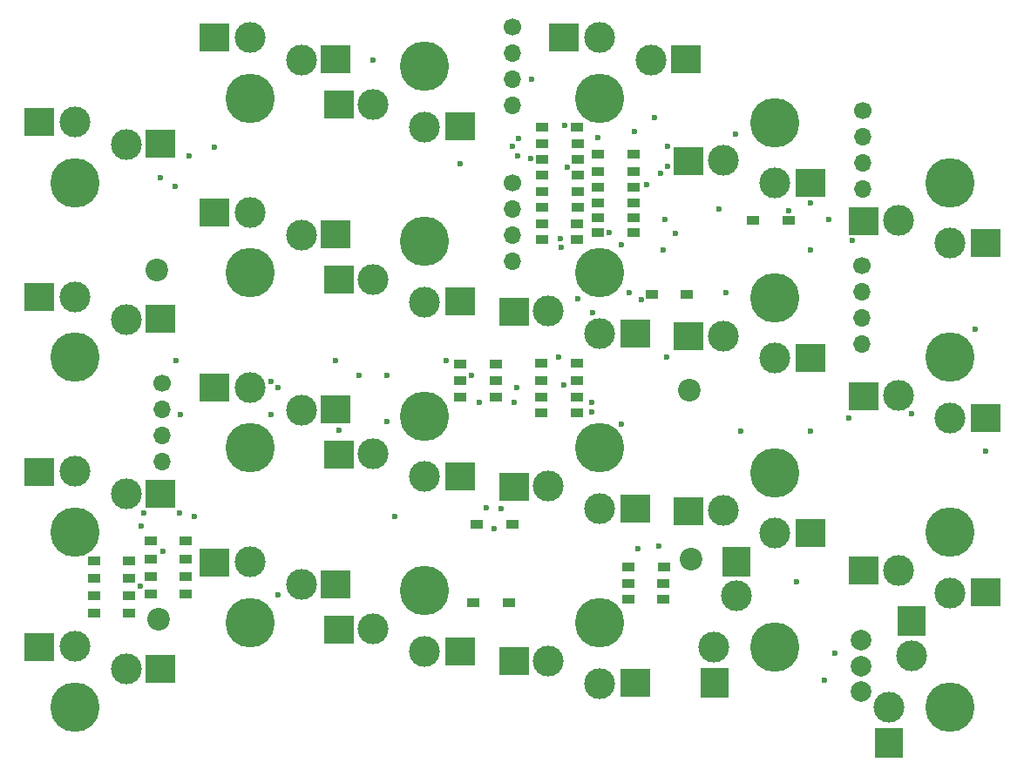
<source format=gbr>
%TF.GenerationSoftware,KiCad,Pcbnew,9.0.0*%
%TF.CreationDate,2025-04-19T15:24:46+09:00*%
%TF.ProjectId,nofy_V2_L,6e6f6679-5f56-4325-9f4c-2e6b69636164,rev?*%
%TF.SameCoordinates,Original*%
%TF.FileFunction,Soldermask,Bot*%
%TF.FilePolarity,Negative*%
%FSLAX46Y46*%
G04 Gerber Fmt 4.6, Leading zero omitted, Abs format (unit mm)*
G04 Created by KiCad (PCBNEW 9.0.0) date 2025-04-19 15:24:46*
%MOMM*%
%LPD*%
G01*
G04 APERTURE LIST*
%ADD10R,1.200000X0.950000*%
%ADD11C,2.000000*%
%ADD12C,3.000000*%
%ADD13C,4.800000*%
%ADD14R,3.000000X2.800000*%
%ADD15R,2.850000X2.750000*%
%ADD16C,1.700000*%
%ADD17O,1.700000X1.700000*%
%ADD18C,2.200000*%
%ADD19R,2.800000X3.000000*%
%ADD20R,2.750000X2.850000*%
%ADD21C,0.600000*%
G04 APERTURE END LIST*
D10*
%TO.C,D3*%
X26217840Y-88482135D03*
X29667840Y-88482135D03*
%TD*%
D11*
%TO.C,SW3*%
X100767865Y-91132135D03*
X100767865Y-96132135D03*
X100767865Y-93632135D03*
%TD*%
D12*
%TO.C,SW11*%
X46367865Y-85732135D03*
D13*
X41367865Y-89432135D03*
D12*
X41367865Y-83532135D03*
D14*
X49717865Y-85682135D03*
D15*
X37892865Y-83557135D03*
%TD*%
D12*
%TO.C,SW5*%
X29367865Y-59932135D03*
D13*
X24367865Y-63632135D03*
D12*
X24367865Y-57732135D03*
D14*
X32717865Y-59882135D03*
D15*
X20892865Y-57757135D03*
%TD*%
D12*
%TO.C,SW21*%
X70367865Y-93132135D03*
D13*
X75367865Y-89432135D03*
D12*
X75367865Y-95332135D03*
D14*
X67017865Y-93182135D03*
D15*
X78842865Y-95307135D03*
%TD*%
D12*
%TO.C,SW23*%
X87355365Y-44507135D03*
D13*
X92355365Y-40807135D03*
D12*
X92355365Y-46707135D03*
D14*
X84005365Y-44557135D03*
D15*
X95830365Y-46682135D03*
%TD*%
D12*
%TO.C,SW7*%
X29367865Y-93932135D03*
D13*
X24367865Y-97632135D03*
D12*
X24367865Y-91732135D03*
D14*
X32717865Y-93882135D03*
D15*
X20892865Y-91757135D03*
%TD*%
D12*
%TO.C,SW28*%
X104367865Y-50332135D03*
D13*
X109367865Y-46632135D03*
D12*
X109367865Y-52532135D03*
D14*
X101017865Y-50382135D03*
D15*
X112842865Y-52507135D03*
%TD*%
D12*
%TO.C,SW20*%
X70367865Y-76132135D03*
D13*
X75367865Y-72432135D03*
D12*
X75367865Y-78332135D03*
D14*
X67017865Y-76182135D03*
D15*
X78842865Y-78307135D03*
%TD*%
D16*
%TO.C,J18*%
X32882865Y-66137135D03*
D17*
X32882865Y-68677135D03*
X32882865Y-71217135D03*
X32882865Y-73757135D03*
%TD*%
D12*
%TO.C,SW27*%
X53367865Y-39032135D03*
D13*
X58367865Y-35332135D03*
D12*
X58367865Y-41232135D03*
D14*
X50017865Y-39082135D03*
D15*
X61842865Y-41207135D03*
%TD*%
D12*
%TO.C,SW15*%
X53367865Y-90032135D03*
D13*
X58367865Y-86332135D03*
D12*
X58367865Y-92232135D03*
D14*
X50017865Y-90082135D03*
D15*
X61842865Y-92207135D03*
%TD*%
D18*
%TO.C,Hole2*%
X84067865Y-66832135D03*
%TD*%
D12*
%TO.C,SW13*%
X53367865Y-56032135D03*
D13*
X58367865Y-52332135D03*
D12*
X58367865Y-58232135D03*
D14*
X50017865Y-56082135D03*
D15*
X61842865Y-58207135D03*
%TD*%
D12*
%TO.C,SW30*%
X104367865Y-84332135D03*
D13*
X109367865Y-80632135D03*
D12*
X109367865Y-86532135D03*
D14*
X101017865Y-84382135D03*
D15*
X112842865Y-86507135D03*
%TD*%
D16*
%TO.C,Con_L_6*%
X100867865Y-54692135D03*
D17*
X100867865Y-57232135D03*
X100867865Y-59772135D03*
X100867865Y-62312135D03*
%TD*%
D18*
%TO.C,Hole0*%
X32367865Y-55132135D03*
%TD*%
D12*
%TO.C,SW14*%
X53367865Y-73032135D03*
D13*
X58367865Y-69332135D03*
D12*
X58367865Y-75232135D03*
D14*
X50017865Y-73082135D03*
D15*
X61842865Y-75207135D03*
%TD*%
D12*
%TO.C,SW31*%
X105667865Y-92632135D03*
D13*
X109367865Y-97632135D03*
D12*
X103467865Y-97632135D03*
D19*
X105617865Y-89282135D03*
D20*
X103492865Y-101107135D03*
%TD*%
D12*
%TO.C,SW9*%
X46367865Y-51732135D03*
D13*
X41367865Y-55432135D03*
D12*
X41367865Y-49532135D03*
D14*
X49717865Y-51682135D03*
D15*
X37892865Y-49557135D03*
%TD*%
D12*
%TO.C,SW17*%
X29367865Y-42932135D03*
D13*
X24367865Y-46632135D03*
D12*
X24367865Y-40732135D03*
D14*
X32717865Y-42882135D03*
D15*
X20892865Y-40757135D03*
%TD*%
D12*
%TO.C,SW29*%
X104367865Y-67332135D03*
D13*
X109367865Y-63632135D03*
D12*
X109367865Y-69532135D03*
D14*
X101017865Y-67382135D03*
D15*
X112842865Y-69507135D03*
%TD*%
D12*
%TO.C,SW18*%
X80367865Y-34732135D03*
D13*
X75367865Y-38432135D03*
D12*
X75367865Y-32532135D03*
D14*
X83717865Y-34682135D03*
D15*
X71892865Y-32557135D03*
%TD*%
D12*
%TO.C,SW22*%
X46367865Y-34732135D03*
D13*
X41367865Y-38432135D03*
D12*
X41367865Y-32532135D03*
D14*
X49717865Y-34682135D03*
D15*
X37892865Y-32557135D03*
%TD*%
D12*
%TO.C,SW19*%
X70367865Y-59132135D03*
D13*
X75367865Y-55432135D03*
D12*
X75367865Y-61332135D03*
D14*
X67017865Y-59182135D03*
D15*
X78842865Y-61307135D03*
%TD*%
D16*
%TO.C,Con_L_4*%
X100882865Y-39637135D03*
D17*
X100882865Y-42177135D03*
X100882865Y-44717135D03*
X100882865Y-47257135D03*
%TD*%
D12*
%TO.C,SW24*%
X87367865Y-61532135D03*
D13*
X92367865Y-57832135D03*
D12*
X92367865Y-63732135D03*
D14*
X84017865Y-61582135D03*
D15*
X95842865Y-63707135D03*
%TD*%
D18*
%TO.C,Hole1*%
X32467865Y-89132135D03*
%TD*%
D16*
%TO.C,Con_L_0*%
X66867865Y-31492135D03*
D17*
X66867865Y-34032135D03*
X66867865Y-36572135D03*
X66867865Y-39112135D03*
%TD*%
D12*
%TO.C,SW25*%
X87367865Y-78532135D03*
D13*
X92367865Y-74832135D03*
D12*
X92367865Y-80732135D03*
D14*
X84017865Y-78582135D03*
D15*
X95842865Y-80707135D03*
%TD*%
D18*
%TO.C,Hole3*%
X84197865Y-83242135D03*
%TD*%
D12*
%TO.C,SW10*%
X46367865Y-68732135D03*
D13*
X41367865Y-72432135D03*
D12*
X41367865Y-66532135D03*
D14*
X49717865Y-68682135D03*
D15*
X37892865Y-66557135D03*
%TD*%
D12*
%TO.C,SW26*%
X88667865Y-86832135D03*
D13*
X92367865Y-91832135D03*
D12*
X86467865Y-91832135D03*
D19*
X88617865Y-83482135D03*
D20*
X86492865Y-95307135D03*
%TD*%
D16*
%TO.C,Con_L_2*%
X66867865Y-46637135D03*
D17*
X66867865Y-49177135D03*
X66867865Y-51717135D03*
X66867865Y-54257135D03*
%TD*%
D12*
%TO.C,SW6*%
X29367865Y-76932135D03*
D13*
X24367865Y-80632135D03*
D12*
X24367865Y-74732135D03*
D14*
X32717865Y-76882135D03*
D15*
X20892865Y-74757135D03*
%TD*%
D10*
%TO.C,DI1*%
X69767890Y-45932135D03*
X73217890Y-45932135D03*
%TD*%
%TO.C,D27*%
X69667890Y-69032135D03*
X73117890Y-69032135D03*
%TD*%
%TO.C,D10*%
X66867840Y-79882135D03*
X63417840Y-79882135D03*
%TD*%
%TO.C,D16*%
X78120990Y-84041535D03*
X81570990Y-84041535D03*
%TD*%
%TO.C,DI6*%
X69767890Y-42882135D03*
X73217890Y-42882135D03*
%TD*%
%TO.C,D11*%
X66517840Y-87482135D03*
X63067840Y-87482135D03*
%TD*%
%TO.C,D1*%
X29667840Y-85082135D03*
X26217840Y-85082135D03*
%TD*%
%TO.C,D25*%
X69667890Y-65882135D03*
X73117890Y-65882135D03*
%TD*%
%TO.C,D18*%
X75191290Y-43894635D03*
X78641290Y-43894635D03*
%TD*%
%TO.C,DS6*%
X69717890Y-41282135D03*
X73167890Y-41282135D03*
%TD*%
%TO.C,D15*%
X75167890Y-50032135D03*
X78617890Y-50032135D03*
%TD*%
%TO.C,DI3*%
X69767890Y-49082135D03*
X73217890Y-49082135D03*
%TD*%
%TO.C,D7*%
X31720990Y-86632135D03*
X35170990Y-86632135D03*
%TD*%
%TO.C,DS3*%
X61817890Y-65882135D03*
X65267890Y-65882135D03*
%TD*%
%TO.C,DI2*%
X69767890Y-47532135D03*
X73217890Y-47532135D03*
%TD*%
%TO.C,D13*%
X29667840Y-83432135D03*
X26217840Y-83432135D03*
%TD*%
%TO.C,D21*%
X75191290Y-51494635D03*
X78641290Y-51494635D03*
%TD*%
%TO.C,DS1*%
X93717840Y-50332135D03*
X90267840Y-50332135D03*
%TD*%
%TO.C,D22*%
X78117890Y-85582135D03*
X81567890Y-85582135D03*
%TD*%
%TO.C,D5*%
X31717890Y-83232135D03*
X35167890Y-83232135D03*
%TD*%
%TO.C,D19*%
X75191290Y-45532135D03*
X78641290Y-45532135D03*
%TD*%
%TO.C,D6*%
X31717890Y-84932135D03*
X35167890Y-84932135D03*
%TD*%
%TO.C,D17*%
X78117890Y-87132135D03*
X81567890Y-87132135D03*
%TD*%
%TO.C,D24*%
X69667890Y-64232135D03*
X73117890Y-64232135D03*
%TD*%
%TO.C,D2*%
X29667840Y-86791535D03*
X26217840Y-86791535D03*
%TD*%
%TO.C,D23*%
X73217840Y-44382135D03*
X69767840Y-44382135D03*
%TD*%
%TO.C,DS2*%
X61820990Y-64282135D03*
X65270990Y-64282135D03*
%TD*%
%TO.C,D9*%
X31717890Y-81432135D03*
X35167890Y-81432135D03*
%TD*%
%TO.C,D20*%
X75191290Y-48582135D03*
X78641290Y-48582135D03*
%TD*%
%TO.C,D14*%
X75167890Y-47082135D03*
X78617890Y-47082135D03*
%TD*%
%TO.C,DS4*%
X61817890Y-67482135D03*
X65267890Y-67482135D03*
%TD*%
%TO.C,D26*%
X69667890Y-67482135D03*
X73117890Y-67482135D03*
%TD*%
%TO.C,DS5*%
X83841340Y-57482135D03*
X80391340Y-57482135D03*
%TD*%
%TO.C,DI5*%
X69717890Y-52182135D03*
X73167890Y-52182135D03*
%TD*%
%TO.C,DI4*%
X69717890Y-50632135D03*
X73167890Y-50632135D03*
%TD*%
D21*
X99932865Y-52286335D03*
X71574665Y-52105535D03*
X68764965Y-36572135D03*
X53317865Y-34732135D03*
X66867865Y-43105235D03*
X81915265Y-43105235D03*
X63705765Y-67988535D03*
X32717865Y-46182135D03*
X81315265Y-45758835D03*
X67016265Y-67988535D03*
X54656665Y-69875735D03*
X50017865Y-70709535D03*
X54656665Y-65350635D03*
X51949665Y-65350635D03*
X62927965Y-65350635D03*
X49717865Y-63934135D03*
X60450465Y-63934135D03*
X34216965Y-63934135D03*
X93717865Y-49340935D03*
X34090165Y-46972535D03*
X79078465Y-82274335D03*
X81983265Y-45081935D03*
X72176365Y-45157135D03*
X81138465Y-81966735D03*
X71861065Y-66354135D03*
X79442865Y-57982135D03*
X34616665Y-69213535D03*
X73219465Y-57932135D03*
X43431365Y-69213535D03*
X43431365Y-65952435D03*
X31086265Y-78802435D03*
X67373065Y-44042235D03*
X34537365Y-78802435D03*
X67477865Y-42338335D03*
X35500965Y-44042235D03*
X88551265Y-41900235D03*
X75190865Y-42265635D03*
X65111965Y-80299435D03*
X81878065Y-63597735D03*
X71373165Y-63597735D03*
X32907065Y-82500135D03*
X82691365Y-51569835D03*
X76294665Y-51498235D03*
X44086365Y-86730435D03*
X44086365Y-66604235D03*
X30729980Y-85845506D03*
X67338965Y-66604235D03*
X71607965Y-52931235D03*
X30797965Y-80028835D03*
X77455565Y-52714135D03*
X65817865Y-78332135D03*
X64367865Y-78282135D03*
X77485265Y-70136735D03*
X112842865Y-72732435D03*
X74691308Y-59320835D03*
X111817365Y-60923835D03*
X74610212Y-68958736D03*
X99602765Y-69563035D03*
X105654065Y-69133835D03*
X74550000Y-68050000D03*
X61842865Y-44779235D03*
X68679565Y-44332135D03*
X86982965Y-49177135D03*
X94467865Y-85432135D03*
X71926765Y-41052935D03*
X81689465Y-50197335D03*
X97627765Y-50197335D03*
X97217865Y-94982135D03*
X80682165Y-40313035D03*
X98167865Y-92432135D03*
X78224765Y-57366935D03*
X87658265Y-57366935D03*
X95842865Y-70796635D03*
X89021965Y-70796635D03*
X95842865Y-53183835D03*
X81528265Y-53183835D03*
X95830365Y-48649035D03*
X79916665Y-46824735D03*
X78698465Y-41663935D03*
X37892865Y-43220435D03*
X55465465Y-79068235D03*
X35985165Y-79068235D03*
M02*

</source>
